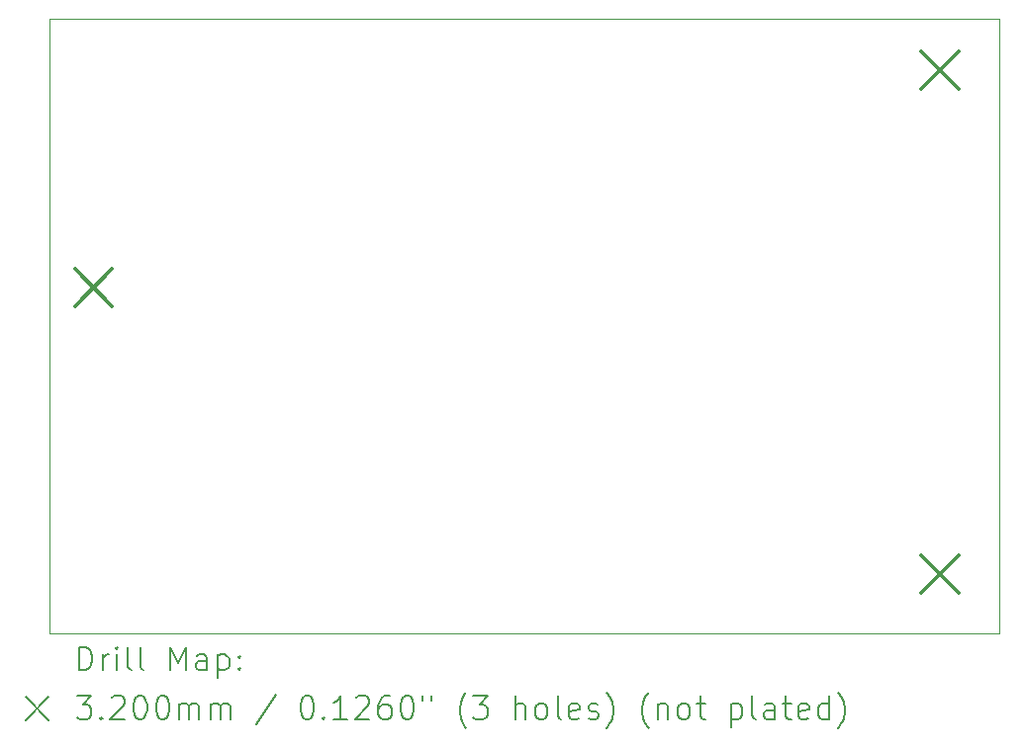
<source format=gbr>
%TF.GenerationSoftware,KiCad,Pcbnew,(6.0.8-1)-1*%
%TF.CreationDate,2023-01-08T15:16:01+01:00*%
%TF.ProjectId,Xarxa_RF,58617278-615f-4524-962e-6b696361645f,rev?*%
%TF.SameCoordinates,Original*%
%TF.FileFunction,Drillmap*%
%TF.FilePolarity,Positive*%
%FSLAX45Y45*%
G04 Gerber Fmt 4.5, Leading zero omitted, Abs format (unit mm)*
G04 Created by KiCad (PCBNEW (6.0.8-1)-1) date 2023-01-08 15:16:01*
%MOMM*%
%LPD*%
G01*
G04 APERTURE LIST*
%ADD10C,0.100000*%
%ADD11C,0.200000*%
%ADD12C,0.320000*%
G04 APERTURE END LIST*
D10*
X24130000Y-3621574D02*
X16002000Y-3621574D01*
X16002000Y-3621574D02*
X16002000Y-8890000D01*
X16002000Y-8890000D02*
X24130000Y-8890000D01*
X24130000Y-8890000D02*
X24130000Y-3621574D01*
D11*
D12*
X16218008Y-5769994D02*
X16538008Y-6089994D01*
X16538008Y-5769994D02*
X16218008Y-6089994D01*
X23462000Y-3904000D02*
X23782000Y-4224000D01*
X23782000Y-3904000D02*
X23462000Y-4224000D01*
X23462000Y-8222000D02*
X23782000Y-8542000D01*
X23782000Y-8222000D02*
X23462000Y-8542000D01*
D11*
X16254619Y-9205476D02*
X16254619Y-9005476D01*
X16302238Y-9005476D01*
X16330809Y-9015000D01*
X16349857Y-9034048D01*
X16359381Y-9053095D01*
X16368905Y-9091190D01*
X16368905Y-9119762D01*
X16359381Y-9157857D01*
X16349857Y-9176905D01*
X16330809Y-9195952D01*
X16302238Y-9205476D01*
X16254619Y-9205476D01*
X16454619Y-9205476D02*
X16454619Y-9072143D01*
X16454619Y-9110238D02*
X16464143Y-9091190D01*
X16473667Y-9081667D01*
X16492714Y-9072143D01*
X16511762Y-9072143D01*
X16578428Y-9205476D02*
X16578428Y-9072143D01*
X16578428Y-9005476D02*
X16568905Y-9015000D01*
X16578428Y-9024524D01*
X16587952Y-9015000D01*
X16578428Y-9005476D01*
X16578428Y-9024524D01*
X16702238Y-9205476D02*
X16683190Y-9195952D01*
X16673667Y-9176905D01*
X16673667Y-9005476D01*
X16807000Y-9205476D02*
X16787952Y-9195952D01*
X16778429Y-9176905D01*
X16778429Y-9005476D01*
X17035571Y-9205476D02*
X17035571Y-9005476D01*
X17102238Y-9148333D01*
X17168905Y-9005476D01*
X17168905Y-9205476D01*
X17349857Y-9205476D02*
X17349857Y-9100714D01*
X17340333Y-9081667D01*
X17321286Y-9072143D01*
X17283190Y-9072143D01*
X17264143Y-9081667D01*
X17349857Y-9195952D02*
X17330810Y-9205476D01*
X17283190Y-9205476D01*
X17264143Y-9195952D01*
X17254619Y-9176905D01*
X17254619Y-9157857D01*
X17264143Y-9138810D01*
X17283190Y-9129286D01*
X17330810Y-9129286D01*
X17349857Y-9119762D01*
X17445095Y-9072143D02*
X17445095Y-9272143D01*
X17445095Y-9081667D02*
X17464143Y-9072143D01*
X17502238Y-9072143D01*
X17521286Y-9081667D01*
X17530810Y-9091190D01*
X17540333Y-9110238D01*
X17540333Y-9167381D01*
X17530810Y-9186429D01*
X17521286Y-9195952D01*
X17502238Y-9205476D01*
X17464143Y-9205476D01*
X17445095Y-9195952D01*
X17626048Y-9186429D02*
X17635571Y-9195952D01*
X17626048Y-9205476D01*
X17616524Y-9195952D01*
X17626048Y-9186429D01*
X17626048Y-9205476D01*
X17626048Y-9081667D02*
X17635571Y-9091190D01*
X17626048Y-9100714D01*
X17616524Y-9091190D01*
X17626048Y-9081667D01*
X17626048Y-9100714D01*
X15797000Y-9435000D02*
X15997000Y-9635000D01*
X15997000Y-9435000D02*
X15797000Y-9635000D01*
X16235571Y-9425476D02*
X16359381Y-9425476D01*
X16292714Y-9501667D01*
X16321286Y-9501667D01*
X16340333Y-9511190D01*
X16349857Y-9520714D01*
X16359381Y-9539762D01*
X16359381Y-9587381D01*
X16349857Y-9606429D01*
X16340333Y-9615952D01*
X16321286Y-9625476D01*
X16264143Y-9625476D01*
X16245095Y-9615952D01*
X16235571Y-9606429D01*
X16445095Y-9606429D02*
X16454619Y-9615952D01*
X16445095Y-9625476D01*
X16435571Y-9615952D01*
X16445095Y-9606429D01*
X16445095Y-9625476D01*
X16530809Y-9444524D02*
X16540333Y-9435000D01*
X16559381Y-9425476D01*
X16607000Y-9425476D01*
X16626048Y-9435000D01*
X16635571Y-9444524D01*
X16645095Y-9463571D01*
X16645095Y-9482619D01*
X16635571Y-9511190D01*
X16521286Y-9625476D01*
X16645095Y-9625476D01*
X16768905Y-9425476D02*
X16787952Y-9425476D01*
X16807000Y-9435000D01*
X16816524Y-9444524D01*
X16826048Y-9463571D01*
X16835571Y-9501667D01*
X16835571Y-9549286D01*
X16826048Y-9587381D01*
X16816524Y-9606429D01*
X16807000Y-9615952D01*
X16787952Y-9625476D01*
X16768905Y-9625476D01*
X16749857Y-9615952D01*
X16740333Y-9606429D01*
X16730809Y-9587381D01*
X16721286Y-9549286D01*
X16721286Y-9501667D01*
X16730809Y-9463571D01*
X16740333Y-9444524D01*
X16749857Y-9435000D01*
X16768905Y-9425476D01*
X16959381Y-9425476D02*
X16978429Y-9425476D01*
X16997476Y-9435000D01*
X17007000Y-9444524D01*
X17016524Y-9463571D01*
X17026048Y-9501667D01*
X17026048Y-9549286D01*
X17016524Y-9587381D01*
X17007000Y-9606429D01*
X16997476Y-9615952D01*
X16978429Y-9625476D01*
X16959381Y-9625476D01*
X16940333Y-9615952D01*
X16930810Y-9606429D01*
X16921286Y-9587381D01*
X16911762Y-9549286D01*
X16911762Y-9501667D01*
X16921286Y-9463571D01*
X16930810Y-9444524D01*
X16940333Y-9435000D01*
X16959381Y-9425476D01*
X17111762Y-9625476D02*
X17111762Y-9492143D01*
X17111762Y-9511190D02*
X17121286Y-9501667D01*
X17140333Y-9492143D01*
X17168905Y-9492143D01*
X17187952Y-9501667D01*
X17197476Y-9520714D01*
X17197476Y-9625476D01*
X17197476Y-9520714D02*
X17207000Y-9501667D01*
X17226048Y-9492143D01*
X17254619Y-9492143D01*
X17273667Y-9501667D01*
X17283190Y-9520714D01*
X17283190Y-9625476D01*
X17378429Y-9625476D02*
X17378429Y-9492143D01*
X17378429Y-9511190D02*
X17387952Y-9501667D01*
X17407000Y-9492143D01*
X17435571Y-9492143D01*
X17454619Y-9501667D01*
X17464143Y-9520714D01*
X17464143Y-9625476D01*
X17464143Y-9520714D02*
X17473667Y-9501667D01*
X17492714Y-9492143D01*
X17521286Y-9492143D01*
X17540333Y-9501667D01*
X17549857Y-9520714D01*
X17549857Y-9625476D01*
X17940333Y-9415952D02*
X17768905Y-9673095D01*
X18197476Y-9425476D02*
X18216524Y-9425476D01*
X18235571Y-9435000D01*
X18245095Y-9444524D01*
X18254619Y-9463571D01*
X18264143Y-9501667D01*
X18264143Y-9549286D01*
X18254619Y-9587381D01*
X18245095Y-9606429D01*
X18235571Y-9615952D01*
X18216524Y-9625476D01*
X18197476Y-9625476D01*
X18178429Y-9615952D01*
X18168905Y-9606429D01*
X18159381Y-9587381D01*
X18149857Y-9549286D01*
X18149857Y-9501667D01*
X18159381Y-9463571D01*
X18168905Y-9444524D01*
X18178429Y-9435000D01*
X18197476Y-9425476D01*
X18349857Y-9606429D02*
X18359381Y-9615952D01*
X18349857Y-9625476D01*
X18340333Y-9615952D01*
X18349857Y-9606429D01*
X18349857Y-9625476D01*
X18549857Y-9625476D02*
X18435571Y-9625476D01*
X18492714Y-9625476D02*
X18492714Y-9425476D01*
X18473667Y-9454048D01*
X18454619Y-9473095D01*
X18435571Y-9482619D01*
X18626048Y-9444524D02*
X18635571Y-9435000D01*
X18654619Y-9425476D01*
X18702238Y-9425476D01*
X18721286Y-9435000D01*
X18730810Y-9444524D01*
X18740333Y-9463571D01*
X18740333Y-9482619D01*
X18730810Y-9511190D01*
X18616524Y-9625476D01*
X18740333Y-9625476D01*
X18911762Y-9425476D02*
X18873667Y-9425476D01*
X18854619Y-9435000D01*
X18845095Y-9444524D01*
X18826048Y-9473095D01*
X18816524Y-9511190D01*
X18816524Y-9587381D01*
X18826048Y-9606429D01*
X18835571Y-9615952D01*
X18854619Y-9625476D01*
X18892714Y-9625476D01*
X18911762Y-9615952D01*
X18921286Y-9606429D01*
X18930810Y-9587381D01*
X18930810Y-9539762D01*
X18921286Y-9520714D01*
X18911762Y-9511190D01*
X18892714Y-9501667D01*
X18854619Y-9501667D01*
X18835571Y-9511190D01*
X18826048Y-9520714D01*
X18816524Y-9539762D01*
X19054619Y-9425476D02*
X19073667Y-9425476D01*
X19092714Y-9435000D01*
X19102238Y-9444524D01*
X19111762Y-9463571D01*
X19121286Y-9501667D01*
X19121286Y-9549286D01*
X19111762Y-9587381D01*
X19102238Y-9606429D01*
X19092714Y-9615952D01*
X19073667Y-9625476D01*
X19054619Y-9625476D01*
X19035571Y-9615952D01*
X19026048Y-9606429D01*
X19016524Y-9587381D01*
X19007000Y-9549286D01*
X19007000Y-9501667D01*
X19016524Y-9463571D01*
X19026048Y-9444524D01*
X19035571Y-9435000D01*
X19054619Y-9425476D01*
X19197476Y-9425476D02*
X19197476Y-9463571D01*
X19273667Y-9425476D02*
X19273667Y-9463571D01*
X19568905Y-9701667D02*
X19559381Y-9692143D01*
X19540333Y-9663571D01*
X19530810Y-9644524D01*
X19521286Y-9615952D01*
X19511762Y-9568333D01*
X19511762Y-9530238D01*
X19521286Y-9482619D01*
X19530810Y-9454048D01*
X19540333Y-9435000D01*
X19559381Y-9406429D01*
X19568905Y-9396905D01*
X19626048Y-9425476D02*
X19749857Y-9425476D01*
X19683190Y-9501667D01*
X19711762Y-9501667D01*
X19730810Y-9511190D01*
X19740333Y-9520714D01*
X19749857Y-9539762D01*
X19749857Y-9587381D01*
X19740333Y-9606429D01*
X19730810Y-9615952D01*
X19711762Y-9625476D01*
X19654619Y-9625476D01*
X19635571Y-9615952D01*
X19626048Y-9606429D01*
X19987952Y-9625476D02*
X19987952Y-9425476D01*
X20073667Y-9625476D02*
X20073667Y-9520714D01*
X20064143Y-9501667D01*
X20045095Y-9492143D01*
X20016524Y-9492143D01*
X19997476Y-9501667D01*
X19987952Y-9511190D01*
X20197476Y-9625476D02*
X20178429Y-9615952D01*
X20168905Y-9606429D01*
X20159381Y-9587381D01*
X20159381Y-9530238D01*
X20168905Y-9511190D01*
X20178429Y-9501667D01*
X20197476Y-9492143D01*
X20226048Y-9492143D01*
X20245095Y-9501667D01*
X20254619Y-9511190D01*
X20264143Y-9530238D01*
X20264143Y-9587381D01*
X20254619Y-9606429D01*
X20245095Y-9615952D01*
X20226048Y-9625476D01*
X20197476Y-9625476D01*
X20378429Y-9625476D02*
X20359381Y-9615952D01*
X20349857Y-9596905D01*
X20349857Y-9425476D01*
X20530810Y-9615952D02*
X20511762Y-9625476D01*
X20473667Y-9625476D01*
X20454619Y-9615952D01*
X20445095Y-9596905D01*
X20445095Y-9520714D01*
X20454619Y-9501667D01*
X20473667Y-9492143D01*
X20511762Y-9492143D01*
X20530810Y-9501667D01*
X20540333Y-9520714D01*
X20540333Y-9539762D01*
X20445095Y-9558810D01*
X20616524Y-9615952D02*
X20635571Y-9625476D01*
X20673667Y-9625476D01*
X20692714Y-9615952D01*
X20702238Y-9596905D01*
X20702238Y-9587381D01*
X20692714Y-9568333D01*
X20673667Y-9558810D01*
X20645095Y-9558810D01*
X20626048Y-9549286D01*
X20616524Y-9530238D01*
X20616524Y-9520714D01*
X20626048Y-9501667D01*
X20645095Y-9492143D01*
X20673667Y-9492143D01*
X20692714Y-9501667D01*
X20768905Y-9701667D02*
X20778429Y-9692143D01*
X20797476Y-9663571D01*
X20807000Y-9644524D01*
X20816524Y-9615952D01*
X20826048Y-9568333D01*
X20826048Y-9530238D01*
X20816524Y-9482619D01*
X20807000Y-9454048D01*
X20797476Y-9435000D01*
X20778429Y-9406429D01*
X20768905Y-9396905D01*
X21130810Y-9701667D02*
X21121286Y-9692143D01*
X21102238Y-9663571D01*
X21092714Y-9644524D01*
X21083190Y-9615952D01*
X21073667Y-9568333D01*
X21073667Y-9530238D01*
X21083190Y-9482619D01*
X21092714Y-9454048D01*
X21102238Y-9435000D01*
X21121286Y-9406429D01*
X21130810Y-9396905D01*
X21207000Y-9492143D02*
X21207000Y-9625476D01*
X21207000Y-9511190D02*
X21216524Y-9501667D01*
X21235571Y-9492143D01*
X21264143Y-9492143D01*
X21283190Y-9501667D01*
X21292714Y-9520714D01*
X21292714Y-9625476D01*
X21416524Y-9625476D02*
X21397476Y-9615952D01*
X21387952Y-9606429D01*
X21378429Y-9587381D01*
X21378429Y-9530238D01*
X21387952Y-9511190D01*
X21397476Y-9501667D01*
X21416524Y-9492143D01*
X21445095Y-9492143D01*
X21464143Y-9501667D01*
X21473667Y-9511190D01*
X21483190Y-9530238D01*
X21483190Y-9587381D01*
X21473667Y-9606429D01*
X21464143Y-9615952D01*
X21445095Y-9625476D01*
X21416524Y-9625476D01*
X21540333Y-9492143D02*
X21616524Y-9492143D01*
X21568905Y-9425476D02*
X21568905Y-9596905D01*
X21578429Y-9615952D01*
X21597476Y-9625476D01*
X21616524Y-9625476D01*
X21835571Y-9492143D02*
X21835571Y-9692143D01*
X21835571Y-9501667D02*
X21854619Y-9492143D01*
X21892714Y-9492143D01*
X21911762Y-9501667D01*
X21921286Y-9511190D01*
X21930810Y-9530238D01*
X21930810Y-9587381D01*
X21921286Y-9606429D01*
X21911762Y-9615952D01*
X21892714Y-9625476D01*
X21854619Y-9625476D01*
X21835571Y-9615952D01*
X22045095Y-9625476D02*
X22026048Y-9615952D01*
X22016524Y-9596905D01*
X22016524Y-9425476D01*
X22207000Y-9625476D02*
X22207000Y-9520714D01*
X22197476Y-9501667D01*
X22178429Y-9492143D01*
X22140333Y-9492143D01*
X22121286Y-9501667D01*
X22207000Y-9615952D02*
X22187952Y-9625476D01*
X22140333Y-9625476D01*
X22121286Y-9615952D01*
X22111762Y-9596905D01*
X22111762Y-9577857D01*
X22121286Y-9558810D01*
X22140333Y-9549286D01*
X22187952Y-9549286D01*
X22207000Y-9539762D01*
X22273667Y-9492143D02*
X22349857Y-9492143D01*
X22302238Y-9425476D02*
X22302238Y-9596905D01*
X22311762Y-9615952D01*
X22330810Y-9625476D01*
X22349857Y-9625476D01*
X22492714Y-9615952D02*
X22473667Y-9625476D01*
X22435571Y-9625476D01*
X22416524Y-9615952D01*
X22407000Y-9596905D01*
X22407000Y-9520714D01*
X22416524Y-9501667D01*
X22435571Y-9492143D01*
X22473667Y-9492143D01*
X22492714Y-9501667D01*
X22502238Y-9520714D01*
X22502238Y-9539762D01*
X22407000Y-9558810D01*
X22673667Y-9625476D02*
X22673667Y-9425476D01*
X22673667Y-9615952D02*
X22654619Y-9625476D01*
X22616524Y-9625476D01*
X22597476Y-9615952D01*
X22587952Y-9606429D01*
X22578428Y-9587381D01*
X22578428Y-9530238D01*
X22587952Y-9511190D01*
X22597476Y-9501667D01*
X22616524Y-9492143D01*
X22654619Y-9492143D01*
X22673667Y-9501667D01*
X22749857Y-9701667D02*
X22759381Y-9692143D01*
X22778428Y-9663571D01*
X22787952Y-9644524D01*
X22797476Y-9615952D01*
X22807000Y-9568333D01*
X22807000Y-9530238D01*
X22797476Y-9482619D01*
X22787952Y-9454048D01*
X22778428Y-9435000D01*
X22759381Y-9406429D01*
X22749857Y-9396905D01*
M02*

</source>
